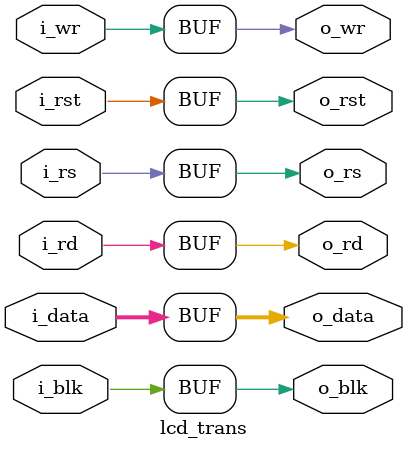
<source format=v>
module lcd_trans(
	i_blk, i_rs, i_wr, i_rd, i_rst, i_data,
	o_blk, o_rs, o_wr, o_rd, o_rst, o_data
);

	input i_blk, i_rs, i_wr, i_rd, i_rst;
	input[23:0] i_data;
	
	output o_blk, o_rs, o_wr, o_rd, o_rst;
	output[23:0] o_data;
	
	assign o_blk = i_blk;
	assign o_rs = i_rs;
	assign o_wr = i_wr;
	assign o_rd = i_rd;
	assign o_rst = i_rst;
	assign o_data = i_data;

endmodule

</source>
